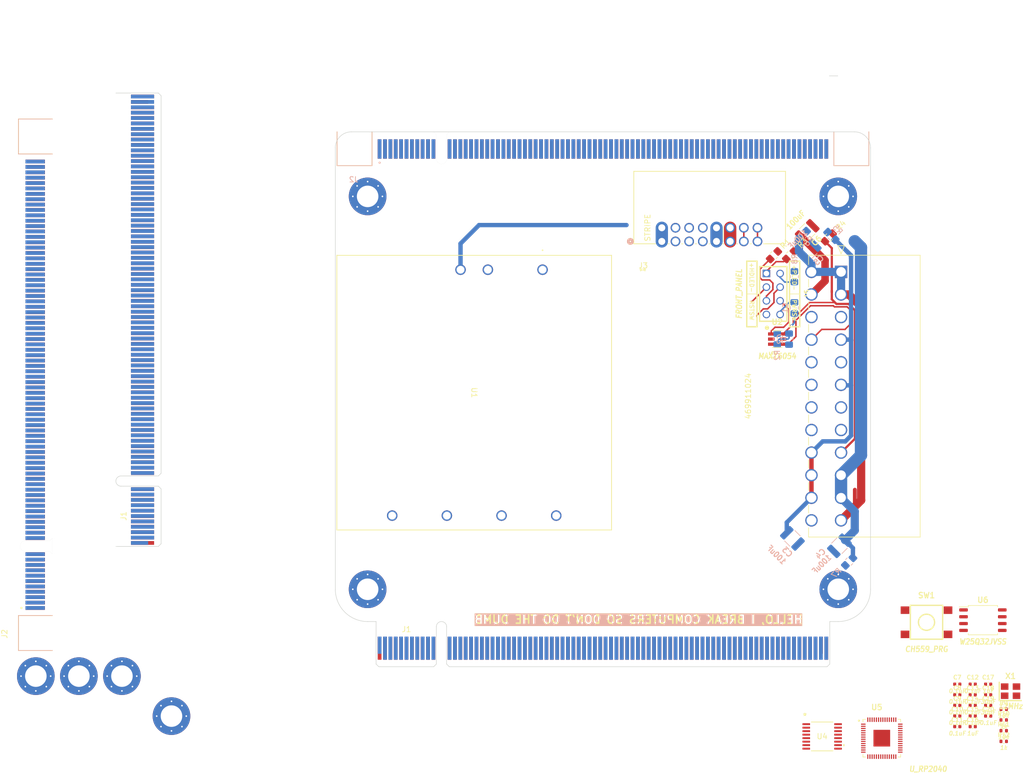
<source format=kicad_pcb>
(kicad_pcb (version 20240108) (generator "pcbnew") (generator_version "8.0")
  (layers (0 "F.Cu" signal) (31 "B.Cu" signal) (34 "B.Paste" user) (35 "F.Paste" user) (36 "B.SilkS" user "B.Silkscreen") (37 "F.SilkS" user "F.Silkscreen") (38 "B.Mask" user) (39 "F.Mask" user) (44 "Edge.Cuts" user))
  (net 0 "")
  (net 1 "/GATE")
  (net 2 "/CV")
  (net 3 "GND")
  (net 4 "+5V")
  (net 5 "+12V")
  (net 6 "-12V")
  (net 7 "Net-(J1-GND-PadA12)")
  (net 9 "Net-(J1-+3.3V-PadA10)")
  (net 31 "Net-(J1-+12V-PadA2)")
  (net 264 "+5VSB")
  (net 265 "/~{RST_SIG}")
  (net 266 "VCC")
  (net 267 "+3.3V")
  (net 269 "/~{PS_ON}")
  (net 271 "/HDD_LED-")
  (net 272 "/PWR_LED+")
  (net 273 "/HDD_LED+")
  (net 274 "/PWR_LED-")
  (net 275 "GNDA")
  (net 276 "-12VA")
  (net 277 "+12VA")
  (net 279 "/~{RST_SW}")
  (net 280 "/~{PWR_SW}")
  (net 281 "RP_3.3V")
  (net 282 "RP_1.1V")
  (net 283 "Net-(C18-Pad1)")
  (net 284 "Net-(U5-XIN)")
  (net 286 "Net-(U5-RUN)")
  (net 287 "Net-(U5-XOUT)")
  (net 288 "/QSPI_CS")
  (net 289 "/BOOTSEL")
  (net 290 "Net-(U4-S2)")
  (net 291 "Net-(U4-S5)")
  (net 293 "Net-(U4-S6)")
  (net 295 "Net-(U4-S0)")
  (net 297 "Net-(U4-S1)")
  (net 298 "Net-(U4-S4)")
  (net 301 "Net-(U4-S7)")
  (net 302 "Net-(U4-S3)")
  (net 303 "/QSPI_SD0")
  (net 310 "/RP_TX")
  (net 311 "/RP_RX")
  (net 312 "/QSPI_SD1")
  (net 313 "/QSPI_SCK")
  (net 314 "/QSPI_SD2")
  (net 316 "/QSPI_SD3")
  (footprint "llama_shared:X_SMD3225" (layer "F.Cu") (at 263.967 144.262)
    (property "Reference" "X1")
    (property "Value" "12MHz")
  )
  (footprint "Resistor_SMD:R_0805_2012Metric_Pad1.20x1.40mm_HandSolder" (layer "F.Cu") (at 223.005 63.2 -135)
    (property "Reference" "R3")
    (property "Value" "330")
  )
  (footprint "llama_shared:H_ATX_PERF" (layer "F.Cu") (at 90.85 141.465 90)
    (property "Reference" "H5" (hide yes))
    (property "Value" "H_HOLE" (hide yes))
  )
  (footprint "llama_shared:H_ATX_PERF" (layer "F.Cu") (at 144.499713 52.267213)
    (property "Reference" "H5" (hide yes))
    (property "Value" "H_HOLE" (hide yes))
  )
  (footprint "llama_shared:C_0402_1005Metric" (layer "F.Cu") (at 256.935 148.88)
    (property "Reference" "C15")
    (property "Value" "0.1uF")
  )
  (footprint "llama_shared:U_QFN40P700X700X90-57N" (layer "F.Cu") (at 240.04 153)
    (property "Reference" "U5")
    (property "Value" "U_RP2040")
  )
  (footprint "llama_shared:R_0402_1005Metric" (layer "F.Cu") (at 262.695 153.6)
    (property "Reference" "R12")
    (property "Value" "1k")
  )
  (footprint "llama_shared:C_0402_1005Metric" (layer "F.Cu") (at 254.065 150.85)
    (property "Reference" "C11")
    (property "Value" "0.1uF")
  )
  (footprint "AT-Footprints:DKA30_MWU" (layer "F.Cu") (at 177.005 65.9 -90)
    (property "Reference" "U1")
    (property "Value" "DKA30A-12")
  )
  (footprint "llama_shared:H_ATX_PERF" (layer "F.Cu") (at 231.949713 52.267213)
    (property "Reference" "H6" (hide yes))
    (property "Value" "H_HOLE" (hide yes))
  )
  (footprint "llama_shared:H_ATX_PERF" (layer "F.Cu") (at 231.949713 125.317213)
    (property "Reference" "H8" (hide yes))
    (property "Value" "H_HOLE" (hide yes))
  )
  (footprint "AT-Footprints:TSSOP16_PW_TEX" (layer "F.Cu") (at 228.95775 152.674951)
    (property "Reference" "U4")
    (property "Value" "TMUX4051PWR")
  )
  (footprint "llama_shared:C_1210_3225Metric" (layer "F.Cu") (at 226.179517 58.767983 -135)
    (property "Reference" "C6")
    (property "Value" "100uF")
  )
  (footprint "llama_shared:C_0402_1005Metric" (layer "F.Cu") (at 256.935 144.94)
    (property "Reference" "C13")
    (property "Value" "0.1uF")
  )
  (footprint "Resistor_SMD:R_0805_2012Metric_Pad1.20x1.40mm_HandSolder" (layer "F.Cu") (at 220.005 63.2 -135)
    (property "Reference" "R1")
    (property "Value" "10k")
  )
  (footprint "llama_shared:SW_B3FS-1010" (layer "F.Cu") (at 248.35 131.452)
    (property "Reference" "SW1")
    (property "Value" "CH559_PRG")
  )
  (footprint "llama_shared:R_0402_1005Metric" (layer "F.Cu") (at 262.695 147.63)
    (property "Reference" "R9")
    (property "Value" "10k")
  )
  (footprint "llama_shared:P_CONN_PANEL" (layer "F.Cu") (at 219.875 70.41 -90)
    (property "Reference" "J6")
    (property "Value" "FRONT_PANEL")
  )
  (footprint "llama_shared:U_SOIC-8_5.23x5.23mm_P1.27mm" (layer "F.Cu") (at 258.825 131.06)
    (property "Reference" "U6")
    (property "Value" "W25Q32JVSS")
  )
  (footprint "llama_shared:C_0402_1005Metric" (layer "F.Cu") (at 254.065 148.88)
    (property "Reference" "C10")
    (property "Value" "0.1uF")
  )
  (footprint "llama_shared:C_0402_1005Metric" (layer "F.Cu") (at 256.935 142.97)
    (property "Reference" "C12")
    (property "Value" "0.1uF")
  )
  (footprint "Resistor_SMD:R_0805_2012Metric_Pad1.20x1.40mm_HandSolder" (layer "F.Cu") (at 230.179607 59.9 45)
    (property "Reference" "R4")
    (property "Value" "470")
  )
  (footprint "llama_shared:C_0402_1005Metric" (layer "F.Cu") (at 259.805 146.91)
    (property "Reference" "C19")
    (property "Value" "30pF")
  )
  (footprint "llama_shared:C_0402_1005Metric" (layer "F.Cu") (at 254.065 144.94)
    (property "Reference" "C8")
    (property "Value" "0.1uF")
  )
  (footprint "llama_shared:H_ATX_PERF" (layer "F.Cu") (at 82.85 141.465 90)
    (property "Reference" "H1" (hide yes))
    (property "Value" "H_HOLE" (hide yes))
  )
  (footprint "llama_shared:C_0402_1005Metric" (layer "F.Cu") (at 259.805 148.88)
    (property "Reference" "C20")
    (property "Value" "0.1uF")
  )
  (footprint "llama_shared:C_0402_1005Metric" (layer "F.Cu") (at 256.935 146.91)
    (property "Reference" "C14")
    (property "Value" "0.1uF")
  )
  (footprint "llama_shared:R_0402_1005Metric" (layer "F.Cu") (at 262.695 149.62)
    (property "Reference" "R10")
    (property "Value" "1k")
  )
  (footprint "llama_shared:R_0402_1005Metric" (layer "F.Cu") (at 262.695 151.61)
    (property "Reference" "R11")
    (property "Value" "10k")
  )
  (footprint "llama_shared:H_ATX_PERF" (layer "F.Cu") (at 108.055 148.9 90)
    (property "Reference" "H7" (hide yes))
    (property "Value" "H_HOLE" (hide yes))
  )
  (footprint "ATX:ATX_24_RIGHT_ANGLE_MOLEX_469911024" (layer "F.Cu") (at 232.4725 66.304002 90)
    (property "Reference" "J5")
    (property "Value" "ATX_POWER")
  )
  (footprint "llama_shared:C_0402_1005Metric" (layer "F.Cu") (at 254.065 142.97)
    (property "Reference" "C7")
    (property "Value" "0.1uF")
  )
  (footprint "llama_shared:U_TSOT-23-6" (layer "F.Cu") (at 220.605 78.8)
    (property "Reference" "U2")
    (property "Value" "MAX16054")
  )
  (footprint "AT-Footprints:AMPHENOL_10025026-10103TLF" (layer "F.Cu") (at 85.925 87.29 90)
    (property "Reference" "J2")
    (property "Value" "10025026-10103TLF")
    (fp_line (start -29.025 -5.025) (end -29.025 -0.5) (stroke (width 0.01)) (layer "Edge.Cuts"))
    (fp_line (start -29.025 -0.5) (end -28.525 0) (stroke (width 0.01)) (layer "Edge.Cuts"))
    (fp_line (start -30.975 -0.5) (end -30.975 -5.025) (stroke (width 0.01)) (layer "Edge.Cuts"))
    (fp_line (start -28.525 0) (end -31.475 0) (stroke (width 0.01)) (layer "Edge.Cuts"))
    (fp_line (start -31.475 0) (end -30.975 -0.5) (stroke (width 0.01)) (layer "Edge.Cuts"))
    (fp_arc (start -30 -6) (mid -29.310571 -5.714429) (end -29.025 -5.025) (stroke (width 0.01)) (layer "Edge.Cuts"))
    (fp_arc (start -30.975 -5.025) (mid -30.689429 -5.714429) (end -30 -6) (stroke (width 0.01)) (layer "Edge.Cuts"))
  )
  (footprint "AT-Footprints:BUS_EUROexpress" (layer "F.Cu") (at 146.724713 136.267213)
    (property "Reference" "J1")
    (property "Value" "EURO_EXPRESS")
    (fp_line (start -0.65 -4.95) (end -0.65 2.95) (stroke (width 0.1)) (layer "Edge.Cuts"))
    (fp_line (start -0.65 2.95) (end -0.15 3.45) (stroke (width 0.1)) (layer "Edge.Cuts"))
    (fp_line (start -0.15 3.45) (end 10.05 3.45) (stroke (width 0.1)) (layer "Edge.Cuts"))
    (fp_line (start 10.55 -4) (end 10.55 2.95) (stroke (width 0.1)) (layer "Edge.Cuts"))
    (fp_line (start 10.55 2.95) (end 10.05 3.45) (stroke (width 0.1)) (layer "Edge.Cuts"))
    (fp_line (start 12.45 -4) (end 12.45 2.95) (stroke (width 0.1)) (layer "Edge.Cuts"))
    (fp_line (start 12.45 2.95) (end 12.95 3.45) (stroke (width 0.1)) (layer "Edge.Cuts"))
    (fp_line (start 12.95 3.45) (end 83.15 3.45) (stroke (width 0.1)) (layer "Edge.Cuts"))
    (fp_line (start 83.65 -4.95) (end 83.65 2.95) (stroke (width 0.1)) (layer "Edge.Cuts"))
    (fp_line (start 83.65 2.95) (end 83.15 3.45) (stroke (width 0.1)) (layer "Edge.Cuts"))
    (fp_arc (start 10.55 -4) (mid 11.5 -4.95) (end 12.45 -4) (stroke (width 0.1)) (layer "Edge.Cuts"))
  )
  (footprint "llama_shared:C_0402_1005Metric" (layer "F.Cu") (at 259.805 142.97)
    (property "Reference" "C17")
    (property "Value" "1uF")
  )
  (footprint "llama_shared:C_0402_1005Metric" (layer "F.Cu") (at 259.805 144.94)
    (property "Reference" "C18")
    (property "Value" "30pF")
  )
  (footprint "llama_shared:H_ATX_PERF" (layer "F.Cu") (at 144.499713 125.317213 45)
    (property "Reference" "H7" (hide yes))
    (property "Value" "H_HOLE" (hide yes))
  )
  (footprint "llama_shared:C_0402_1005Metric" (layer "F.Cu") (at 256.935 150.85)
    (property "Reference" "C16")
    (property "Value" "1uF")
  )
  (footprint "llama_shared:C_0402_1005Metric" (layer "F.Cu") (at 254.065 146.91)
    (property "Reference" "C9")
    (property "Value" "0.1uF")
  )
  (footprint "AT-Footprints:EURORACK Right Angle" (layer "F.Cu") (at 199.165 60.64)
    (property "Reference" "J3")
    (property "Value" "EURO_CONN")
  )
  (footprint "llama_shared:H_ATX_PERF" (layer "F.Cu") (at 98.85 141.465 90)
    (property "Reference" "H6" (hide yes))
    (property "Value" "H_HOLE" (hide yes))
  )
  (footprint "Connector_PCBEdge:BUS_PCIexpress_x16" (layer "F.Cu") (at 102.675 116.7 90)
    (property "Reference" "J1")
    (property "Value" "Bus_EURO_Express")
    (fp_line (start 83.65 -4.95) (end 83.65 2.95) (stroke (width 0.1)) (layer "Edge.Cuts"))
    (fp_line (start -0.65 -4.95) (end -0.65 2.95) (stroke (width 0.1)) (layer "Edge.Cuts"))
    (fp_line (start 12.45 -4) (end 12.45 2.95) (stroke (width 0.1)) (layer "Edge.Cuts"))
    (fp_line (start 10.55 -4) (end 10.55 2.95) (stroke (width 0.1)) (layer "Edge.Cuts"))
    (fp_line (start 83.65 2.95) (end 83.15 3.45) (stroke (width 0.1)) (layer "Edge.Cuts"))
    (fp_line (start 12.45 2.95) (end 12.95 3.45) (stroke (width 0.1)) (layer "Edge.Cuts"))
    (fp_line (start 10.55 2.95) (end 10.05 3.45) (stroke (width 0.1)) (layer "Edge.Cuts"))
    (fp_line (start -0.65 2.95) (end -0.15 3.45) (stroke (width 0.1)) (layer "Edge.Cuts"))
    (fp_line (start 12.95 3.45) (end 83.15 3.45) (stroke (width 0.1)) (layer "Edge.Cuts"))
    (fp_line (start -0.15 3.45) (end 10.05 3.45) (stroke (width 0.1)) (layer "Edge.Cuts"))
    (fp_arc (start 10.55 -4) (mid 11.5 -4.95) (end 12.45 -4) (stroke (width 0.1)) (layer "Edge.Cuts"))
  )
  (footprint "llama_shared:C_1210_3225Metric" (layer "B.Cu") (at 223.429517 115.857017 -45)
    (property "Reference" "C3")
    (property "Value" "100uF")
  )
  (footprint "Resistor_SMD:R_0805_2012Metric_Pad1.20x1.40mm_HandSolder" (layer "B.Cu") (at 230.679607 59.607107 135)
    (property "Reference" "R5")
    (property "Value" "470")
  )
  (footprint "llama_shared:C_1210_3225Metric" (layer "B.Cu") (at 226.5625 62.37 45)
    (property "Reference" "C5")
    (property "Value" "100uF")
  )
  (footprint "AT-Footprints:AMPHENOL_10025026-10103TLF" (layer "B.Cu") (at 188.225 40.25)
    (property "Reference" "J2")
    (property "Value" "10025026-10103TLF")
    (fp_line (start -31.475 0) (end -28.525 0) (stroke (width 0.01)) (layer "Edge.Cuts"))
    (fp_line (start -30.975 0.5) (end -31.475 0) (stroke (width 0.01)) (layer "Edge.Cuts"))
    (fp_line (start -30.975 5.025) (end -30.975 0.5) (stroke (width 0.01)) (layer "Edge.Cuts"))
    (fp_line (start -29.025 0.5) (end -29.025 5.025) (stroke (width 0.01)) (layer "Edge.Cuts"))
    (fp_line (start -28.525 0) (end -29.025 0.5) (stroke (width 0.01)) (layer "Edge.Cuts"))
    (fp_arc (start -30 6) (mid -30.689429 5.714429) (end -30.975 5.025) (stroke (width 0.01)) (layer "Edge.Cuts"))
    (fp_arc (start -29.025 5.025) (mid -29.310571 5.714429) (end -30 6) (stroke (width 0.01)) (layer "Edge.Cuts"))
  )
  (footprint "Capacitor_SMD:C_0805_2012Metric_Pad1.18x1.45mm_HandSolder" (layer "B.Cu") (at 223.805 73 -90)
    (property "Reference" "C1")
    (property "Value" "0.1uF")
  )
  (footprint "Resistor_SMD:R_0805_2012Metric_Pad1.20x1.40mm_HandSolder" (layer "B.Cu") (at 225.3525 59.43 45)
    (property "Reference" "R6")
    (property "Value" "470")
  )
  (footprint "Resistor_SMD:R_0805_2012Metric_Pad1.20x1.40mm_HandSolder" (layer "B.Cu") (at 220.605 78.8 90)
    (property "Reference" "R2")
    (property "Value" "470")
  )
  (footprint "llama_shared:C_1210_3225Metric" (layer "B.Cu") (at 232.165393 117.225615 -135)
    (property "Reference" "C4")
    (property "Value" "100uF")
  )
  (footprint "Resistor_SMD:R_0805_2012Metric_Pad1.20x1.40mm_HandSolder" (layer "B.Cu") (at 233.9725 120.171491 -135)
    (property "Reference" "R7")
    (property "Value" "470")
  )
  (footprint "Resistor_SMD:R_0805_2012Metric_Pad1.20x1.40mm_HandSolder" (layer "B.Cu") (at 223.805 67.2 -90)
    (property "Reference" "R8")
    (property "Value" "330")
  )
  (footprint "Capacitor_SMD:C_0805_2012Metric_Pad1.18x1.45mm_HandSolder" (layer "B.Cu") (at 222.805 78.8 -90)
    (property "Reference" "C2")
    (property "Value" "10uF")
  )
  (gr_arc (start 237.94992 125.317212) (mid 236.1925 129.56) (end 231.949712 131.31742) (stroke (width 0.1)) (layer "Edge.Cuts"))
  (gr_arc (start 144.499714 131.31742) (mid 140.256926 129.56) (end 138.499506 125.317212) (stroke (width 0.1)) (layer "Edge.Cuts"))
  (gr_line (start 146.074713 131.317213) (end 144.499714 131.31742) (stroke (width 0.1)) (layer "Edge.Cuts"))
  (gr_line (start 138.499506 125.317212) (end 138.499311 43.250213) (stroke (width 0.1)) (layer "Edge.Cuts"))
  (gr_line (start 230.2925 29.86) (end 231.867499 29.86022) (stroke (width 0.1)) (layer "Edge.Cuts"))
  (gr_arc (start 234.966545 40.266811) (mid 237.076129 41.140629) (end 237.949947 43.250213) (stroke (width 0.1)) (layer "Edge.Cuts"))
  (gr_line (start 230.374713 131.317213) (end 231.949712 131.317433) (stroke (width 0.1)) (layer "Edge.Cuts"))
  (gr_arc (start 138.499311 43.250213) (mid 139.373129 41.140629) (end 141.482713 40.266811) (stroke (width 0.1)) (layer "Edge.Cuts"))
  (gr_line (start 141.482713 40.266811) (end 234.966545 40.266811) (stroke (width 0.1)) (layer "Edge.Cuts"))
  (gr_line (start 237.949947 43.250213) (end 237.94992 125.317212) (stroke (width 0.1)) (layer "Edge.Cuts"))
  (segment (start 216.945 60.64) (end 216.945 58.1) (width 0.2794) (layer "F.Cu") (net 1))
  (segment (start 214.405 60.64) (end 214.405 58.1) (width 0.2794) (layer "F.Cu") (net 2))
  (segment (start 221.145 73.66) (end 221.145 74.22) (width 0.2794) (layer "B.Cu") (net 3))
  (segment (start 223.805 71.9625) (end 222.8425 71.9625) (width 0.2794) (layer "B.Cu") (net 3))
  (segment (start 222.8425 71.9625) (end 221.145 73.66) (width 0.2794) (layer "B.Cu") (net 3))
  (segment (start 211.865 60.64) (end 211.865 58.1) (width 2.286) (layer "F.Cu") (net 4))
  (segment (start 234.679607 117.653863) (end 232.697235 115.671491) (width 0.8128) (layer "B.Cu") (net 5))
  (segment (start 232.697235 115.671491) (end 232.515483 115.671491) (width 0.8128) (layer "B.Cu") (net 5))
  (segment (start 165.205 57.6) (end 192.605 57.6) (width 0.8128) (layer "B.Cu") (net 5))
  (segment (start 232.4725 108.303992) (end 232.4725 104.103992) (width 2.286) (layer "B.Cu") (net 5))
  (segment (start 209.325 60.64) (end 209.325 58.1) (width 2.286) (layer "B.Cu") (net 5))
  (segment (start 234.679607 119.464384) (end 234.679607 117.653863) (width 0.8128) (layer "B.Cu") (net 5))
  (segment (start 233.208376 116.182632) (end 235.015483 114.375525) (width 1.524) (layer "B.Cu") (net 5))
  (segment (start 161.765 65.9) (end 161.765 61.04) (width 0.8128) (layer "B.Cu") (net 5))
  (segment (start 161.765 61.04) (end 165.205 57.6) (width 0.8128) (layer "B.Cu") (net 5))
  (segment (start 235.015483 114.375525) (end 235.015483 110.846975) (width 1.524) (layer "B.Cu") (net 5))
  (segment (start 236.1725 100.403992) (end 236.1725 61.7675) (width 2.286) (layer "B.Cu") (net 5))
  (segment (start 232.4725 104.103992) (end 236.1725 100.403992) (width 2.286) (layer "B.Cu") (net 5))
  (segment (start 235.015483 110.846975) (end 232.4725 108.303992) (width 1.524) (layer "B.Cu") (net 5))
  (segment (start 236.1725 61.7675) (end 235.005 60.6) (width 2.286) (layer "B.Cu") (net 5))
  (segment (start 225.136534 59.810966) (end 229.4975 64.171932) (width 1.397) (layer "F.Cu") (net 6))
  (segment (start 229.4975 64.171932) (end 229.4975 67.979002) (width 1.397) (layer "F.Cu") (net 6))
  (segment (start 229.4975 67.979002) (end 226.972501 70.504001) (width 1.397) (layer "F.Cu") (net 6))
  (segment (start 199.165 60.64) (end 199.165 58.1) (width 2.286) (layer "B.Cu") (net 6))
  (segment (start 231.605 72.2571) (end 231.3479 72) (width 0.2794) (layer "F.Cu") (net 264))
  (segment (start 235.0398 97.336696) (end 232.4725 99.903996) (width 0.4064) (layer "F.Cu") (net 264))
  (segment (start 229.4725 60.607107) (end 230.7516 61.886207) (width 0.4064) (layer "F.Cu") (net 264))
  (segment (start 223.28 76.275) (end 221.705 77.85) (width 0.2794) (layer "F.Cu") (net 264))
  (segment (start 230.7516 61.886207) (end 230.7516 70.078007) (width 0.4064) (layer "F.Cu") (net 264))
  (segment (start 231.605 72.2571) (end 230.7516 71.4037) (width 0.4064) (layer "F.Cu") (net 264))
  (segment (start 231.3479 72) (end 226.605 72) (width 0.2794) (layer "F.Cu") (net 264))
  (segment (start 235.0398 73.4348) (end 235.0398 97.336696) (width 0.4064) (layer "F.Cu") (net 264))
  (segment (start 230.7516 71.4037) (end 230.7516 69.8) (width 0.4064) (layer "F.Cu") (net 264))
  (segment (start 232.4725 99.903996) (end 231.508996 99.903996) (width 0.4064) (layer "F.Cu") (net 264))
  (segment (start 223.605 75) (end 223.605 75.95) (width 0.2794) (layer "F.Cu") (net 264))
  (segment (start 231.605 72.2571) (end 233.8621 72.2571) (width 0.4064) (layer "F.Cu") (net 264))
  (segment (start 233.8621 72.2571) (end 235.0398 73.4348) (width 0.4064) (layer "F.Cu") (net 264))
  (segment (start 226.605 72) (end 223.605 75) (width 0.2794) (layer "F.Cu") (net 264))
  (segment (start 223.605 75.95) (end 223.28 76.275) (width 0.2794) (layer "F.Cu") (net 264))
  (via (at 223.28 76.275) (size 0.46) (drill 0.3) (layers "F.Cu" "B.Cu") (net 264))
  (segment (start 223.805 74.0375) (end 223.805 75.75) (width 0.2794) (layer "B.Cu") (net 264))
  (segment (start 223.33 76.275) (end 223.605 76) (width 0.2794) (layer "B.Cu") (net 264))
  (segment (start 223.28 76.275) (end 223.33 76.275) (width 0.2794) (layer "B.Cu") (net 264))
  (segment (start 223.805 75.75) (end 223.28 76.275) (width 0.2794) (layer "B.Cu") (net 264))
  (segment (start 222.805 78.6) (end 222.605 78.8) (width 0.2794) (layer "B.Cu") (net 265))
  (segment (start 220.605 79.2) (end 220.605 79.8) (width 0.2794) (layer "B.Cu") (net 265))
  (segment (start 221.005 78.8) (end 220.605 79.2) (width 0.2794) (layer "B.Cu") (net 265))
  (segment (start 222.805 77.7625) (end 222.805 78.6) (width 0.2794) (layer "B.Cu") (net 265))
  (segment (start 222.605 78.8) (end 221.005 78.8) (width 0.2794) (layer "B.Cu") (net 265))
  (segment (start 226.972501 108.303992) (end 226.972501 104.103992) (width 0.8128) (layer "F.Cu") (net 266))
  (segment (start 226.972501 99.903996) (end 227.175611 99.903996) (width 0.8128) (layer "F.Cu") (net 266))
  (segment (start 226.972501 104.103992) (end 226.972501 99.903996) (width 0.8128) (layer "F.Cu") (net 266))
  (segment (start 232.4725 78.904) (end 232.4765 78.9) (width 0.8128) (layer "B.Cu") (net 266))
  (segment (start 234.229607 78.9) (end 234.329607 79) (width 0.8128) (layer "B.Cu") (net 266))
  (segment (start 232.4765 78.9) (end 234.229607 78.9) (width 0.8128) (layer "B.Cu") (net 266))
  (segment (start 234.329607 63.257107) (end 233.53875 62.46625) (width 0.8128) (layer "B.Cu") (net 266))
  (segment (start 234.329607 63.8) (end 234.329607 63.257107) (width 0.8128) (layer "B.Cu") (net 266))
  (segment (start 233.257517 97.815997) (end 234.329607 96.743907) (width 0.8128) (layer "B.Cu") (net 266))
  (segment (start 232.568502 87.4) (end 234.329607 87.4) (width 0.8128) (layer "B.Cu") (net 266))
  (segment (start 222.386534 114.814034) (end 222.386534 112.889959) (width 0.8128) (layer "B.Cu") (net 266))
  (segment (start 234.329607 63.257107) (end 231.386714 60.314214) (width 0.8128) (layer "B.Cu") (net 266))
  (segment (start 229.0605 97.815997) (end 233.257517 97.815997) (width 0.8128) (layer "B.Cu") (net 266))
  (segment (start 234.329607 96.743907) (end 234.329607 79) (width 0.8128) (layer "B.Cu") (net 266))
  (segment (start 226.972501 99.903996) (end 229.0605 97.815997) (width 0.8128) (layer "B.Cu") (net 266))
  (segment (start 222.386534 112.889959) (end 226.972501 108.303992) (width 0.8128) (layer "B.Cu") (net 266))
  (segment (start 232.4725 87.303998) (end 232.568502 87.4) (width 0.8128) (layer "B.Cu") (net 266))
  (segment (start 234.329607 79) (end 234.329607 63.257107) (width 0.8128) (layer "B.Cu") (net 266))
  (segment (start 232.4725 112.503991) (end 235.029607 109.946884) (width 0.7112) (layer "F.Cu") (net 267))
  (segment (start 233.909001 70.504001) (end 236.205 72.8) (width 1.524) (layer "F.Cu") (net 267))
  (segment (start 236.205 108.771491) (end 232.4725 112.503991) (width 1.524) (layer "F.Cu") (net 267))
  (segment (start 232.4725 70.504001) (end 233.909001 70.504001) (width 1.524) (layer "F.Cu") (net 267))
  (segment (start 235.029607 109.946884) (end 235.029607 106.8) (width 0.7112) (layer "F.Cu") (net 267))
  (segment (start 236.205 72.8) (end 236.205 108.771491) (width 1.524) (layer "F.Cu") (net 267))
  (segment (start 224.645393 62.538859) (end 224.645393 60.137107) (width 1.524) (layer "B.Cu") (net 267))
  (segment (start 232.4725 70.504001) (end 232.4725 66.304002) (width 1.524) (layer "B.Cu") (net 267))
  (segment (start 225.519517 63.412983) (end 224.645393 62.538859) (width 1.524) (layer "B.Cu") (net 267))
  (segment (start 226.972501 64.865967) (end 225.519517 63.412983) (width 1.524) (layer "B.Cu") (net 267))
  (segment (start 226.972501 66.304002) (end 232.4725 66.304002) (width 1.524) (layer "B.Cu") (net 267))
  (segment (start 226.972501 66.304002) (end 226.972501 64.865967) (width 1.524) (layer "B.Cu") (net 267))
  (segment (start 226.805 72.6) (end 224.0844 75.3206) (width 0.2794) (layer "F.Cu") (net 269))
  (segment (start 224.0844 78.3206) (end 222.655 79.75) (width 0.2794) (layer "F.Cu") (net 269))
  (segment (start 233.605 72.8) (end 231.237223 72.8) (width 0.2794) (layer "F.Cu") (net 269))
  (segment (start 234.405 75.8) (end 234.405 73.6) (width 0.2794) (layer "F.Cu") (net 269))
  (segment (start 224.0844 75.3206) (end 224.0844 78.3206) (width 0.2794) (layer "F.Cu") (net 269))
  (segment (start 231.237223 72.8) (end 231.037223 72.6) (width 0.2794) (layer "F.Cu") (net 269))
  (segment (start 228.876501 77) (end 233.205 77) (width 0.2794) (layer "F.Cu") (net 269))
  (segment (start 231.037223 72.6) (end 226.805 72.6) (width 0.2794) (layer "F.Cu") (net 269))
  (segment (start 234.405 73.6) (end 233.605 72.8) (width 0.2794) (layer "F.Cu") (net 269))
  (segment (start 226.972501 78.904) (end 228.876501 77) (width 0.2794) (layer "F.Cu") (net 269))
  (segment (start 222.655 79.75) (end 221.705 79.75) (width 0.2794) (layer "F.Cu") (net 269))
  (segment (start 233.205 77) (end 234.405 75.8) (width 0.2794) (layer "F.Cu") (net 269))
  (segment (start 215.945 71.8) (end 215.805 71.8) (width 0.2794) (layer "F.Cu") (net 271))
  (segment (start 218.605 69.14) (end 215.945 71.8) (width 0.2794) (layer "F.Cu") (net 271))
  (segment (start 221.145 66.6) (end 221.145 67.34) (width 0.2794) (layer "B.Cu") (net 272))
  (segment (start 221.145 67.34) (end 222.005 68.2) (width 0.2794) (layer "B.Cu") (net 272))
  (segment (start 222.005 68.2) (end 223.805 68.2) (width 0.2794) (layer "B.Cu") (net 272))
  (segment (start 222.297893 63.907107) (end 221.805 64.4) (width 0.2794) (layer "F.Cu") (net 273))
  (segment (start 221.805 64.4) (end 220.405 64.4) (width 0.2794) (layer "F.Cu") (net 273))
  (segment (start 218.605 66.2) (end 218.605 66.6) (width 0.2794) (layer "F.Cu") (net 273))
  (segment (start 220.405 64.4) (end 218.605 66.2) (width 0.2794) (layer "F.Cu") (net 273))
  (segment (start 218.8232 73.1818) (end 218.0232 73.1818) (width 0.2794) (layer "F.Cu") (net 274))
  (segment (start 220.005 72) (end 218.8232 73.1818) (width 0.2794) (layer "F.Cu") (net 274))
  (segment (start 218.0232 73.1818) (end 216.805 74.4) (width 0.2794) (layer "F.Cu") (net 274))
  (segment (start 220.005 70.28) (end 220.005 72) (width 0.2794) (layer "F.Cu") (net 274))
  (segment (start 216.805 74.4) (end 216.805 74.6) (width 0.2794) (layer "F.Cu") (net 274))
  (segment (start 221.145 69.14) (end 220.005 70.28) (width 0.2794) (layer "F.Cu") (net 274))
  (segment (start 219.805 68.4) (end 219.805 69.6) (width 0.2794) (layer "F.Cu") (net 279))
  (segment (start 218.605 70.8) (end 218.605 71.68) (width 0.2794) (layer "F.Cu") (net 279))
  (segment (start 219.205 67.8) (end 219.805 68.4) (width 0.2794) (layer "F.Cu") (net 279))
  (segment (start 219.297893 63.907107) (end 217.405 65.8) (width 0.2794) (layer "F.Cu") (net 279))
  (segment (start 217.405 65.8) (end 217.405 67.4) (width 0.2794) (layer "F.Cu") (net 279))
  (segment (start 217.405 67.4) (end 217.805 67.8) (width 0.2794) (layer "F.Cu") (net 279))
  (segment (start 219.805 69.6) (end 218.605 70.8) (width 0.2794) (layer "F.Cu") (net 279))
  (segment (start 217.805 67.8) (end 219.205 67.8) (width 0.2794) (layer "F.Cu") (net 279))
  (segment (start 221.805 76.6) (end 220.205 76.6) (width 0.2794) (layer "F.Cu") (net 280))
  (segment (start 219.505 77.3) (end 219.505 77.85) (width 0.2794) (layer "F.Cu") (net 280))
  (segment (start 221.145 71.68) (end 222.805 73.34) (width 0.2794) (layer "F.Cu") (net 280))
  (segment (start 222.805 73.34) (end 222.805 75.6) (width 0.2794) (layer "F.Cu") (net 280))
  (segment (start 220.205 76.6) (end 219.505 77.3) (width 0.2794) (layer "F.Cu") (net 280))
  (segment (start 222.805 75.6) (end 221.805 76.6) (width 0.2794) (layer "F.Cu") (net 280))
)
</source>
